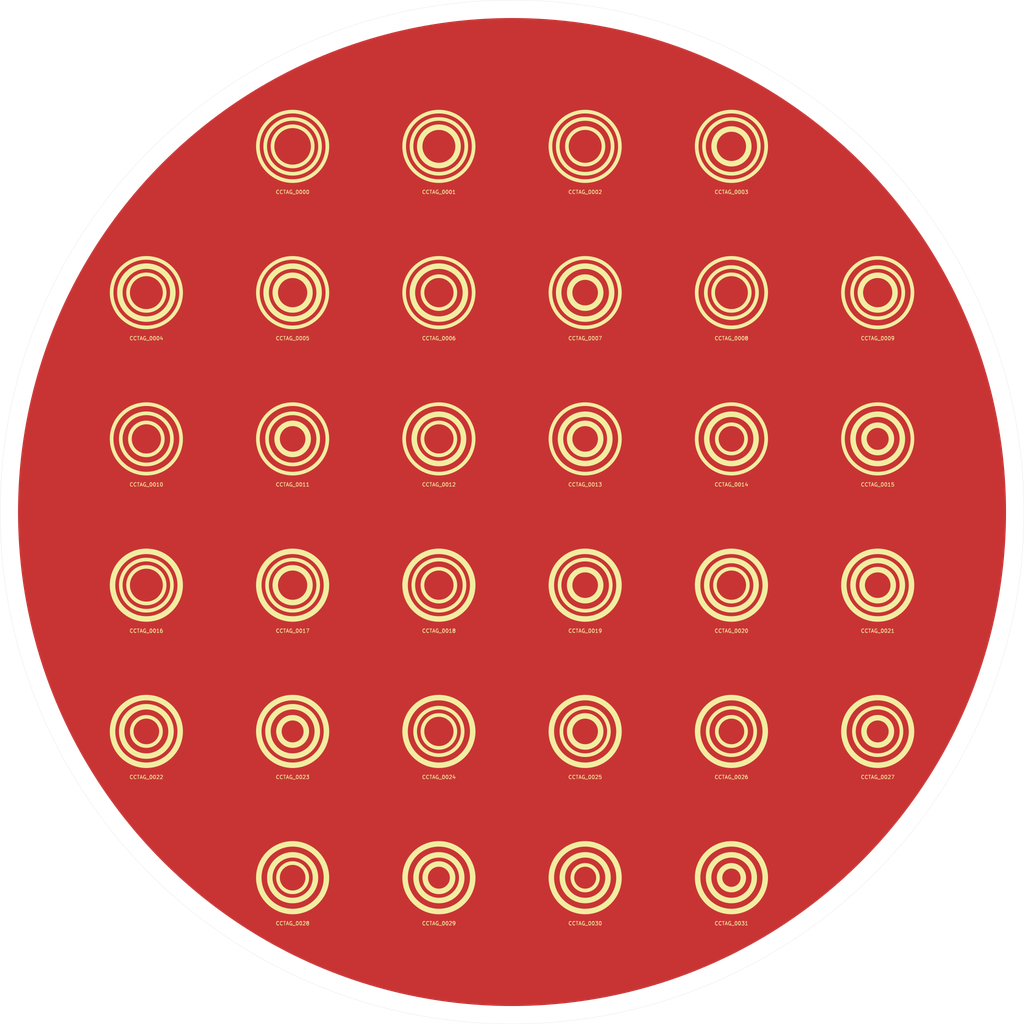
<source format=kicad_pcb>
(kicad_pcb (version 20240108) (generator "pcbnew") (generator_version "8.0")
  (layers (0 "F.Cu" signal) (31 "B.Cu" signal) (34 "B.Paste" user) (35 "F.Paste" user) (36 "B.SilkS" user "B.Silkscreen") (37 "F.SilkS" user "F.Silkscreen") (38 "B.Mask" user) (39 "F.Mask" user) (44 "Edge.Cuts" user))
  (net 0 "")
  (footprint "CCTags:CCTAG_0002" (layer "F.Cu") (at 320 100)
    (property "Reference" "REF**" (hide yes))
    (property "Value" "CCTAG_0002" (at 0 12.5 0) (layer "F.SilkS"))
    (fp_circle (center 0 0) (end 5 0) (stroke (width 1)) (fill none) (layer "F.SilkS"))
    (fp_circle (center 0 0) (end 7.5 0) (stroke (width 1)) (fill none) (layer "F.SilkS"))
    (fp_circle (center 0 0) (end 9.5 0) (stroke (width 1)) (fill none) (layer "F.SilkS"))
  )
  (footprint "CCTags:CCTAG_0025" (layer "F.Cu") (at 320 260)
    (property "Reference" "REF**" (hide yes))
    (property "Value" "CCTAG_0025" (at 0 12.5 0) (layer "F.SilkS"))
    (fp_circle (center 0 0) (end 4.25 0) (stroke (width 1.5)) (fill none) (layer "F.SilkS"))
    (fp_circle (center 0 0) (end 6.5 0) (stroke (width 1)) (fill none) (layer "F.SilkS"))
    (fp_circle (center 0 0) (end 9.25 0) (stroke (width 1.5)) (fill none) (layer "F.SilkS"))
  )
  (footprint "CCTags:CCTAG_0017" (layer "F.Cu") (at 240 220)
    (property "Reference" "REF**" (hide yes))
    (property "Value" "CCTAG_0017" (at 0 12.5 0) (layer "F.SilkS"))
    (fp_circle (center 0 0) (end 4.75 0) (stroke (width 1.5)) (fill none) (layer "F.SilkS"))
    (fp_circle (center 0 0) (end 7 0) (stroke (width 1)) (fill none) (layer "F.SilkS"))
    (fp_circle (center 0 0) (end 9.25 0) (stroke (width 1.5)) (fill none) (layer "F.SilkS"))
  )
  (footprint "CCTags:CCTAG_0029" (layer "F.Cu") (at 280 300)
    (property "Reference" "REF**" (hide yes))
    (property "Value" "CCTAG_0029" (at 0 12.5 0) (layer "F.SilkS"))
    (fp_circle (center 0 0) (end 3.75 0) (stroke (width 1.5)) (fill none) (layer "F.SilkS"))
    (fp_circle (center 0 0) (end 6.25 0) (stroke (width 1.5)) (fill none) (layer "F.SilkS"))
    (fp_circle (center 0 0) (end 9.25 0) (stroke (width 1.5)) (fill none) (layer "F.SilkS"))
  )
  (footprint "CCTags:CCTAG_0011" (layer "F.Cu") (at 240 180)
    (property "Reference" "REF**" (hide yes))
    (property "Value" "CCTAG_0011" (at 0 12.5 0) (layer "F.SilkS"))
    (fp_circle (center 0 0) (end 4.25 0) (stroke (width 1.5)) (fill none) (layer "F.SilkS"))
    (fp_circle (center 0 0) (end 7 0) (stroke (width 1)) (fill none) (layer "F.SilkS"))
    (fp_circle (center 0 0) (end 9.5 0) (stroke (width 1)) (fill none) (layer "F.SilkS"))
  )
  (footprint "CCTags:CCTAG_0026" (layer "F.Cu") (at 360 260)
    (property "Reference" "REF**" (hide yes))
    (property "Value" "CCTAG_0026" (at 0 12.5 0) (layer "F.SilkS"))
    (fp_circle (center 0 0) (end 4 0) (stroke (width 1)) (fill none) (layer "F.SilkS"))
    (fp_circle (center 0 0) (end 6.5 0) (stroke (width 1)) (fill none) (layer "F.SilkS"))
    (fp_circle (center 0 0) (end 9.25 0) (stroke (width 1.5)) (fill none) (layer "F.SilkS"))
  )
  (footprint "CCTags:CCTAG_0030" (layer "F.Cu") (at 320 300)
    (property "Reference" "REF**" (hide yes))
    (property "Value" "CCTAG_0030" (at 0 12.5 0) (layer "F.SilkS"))
    (fp_circle (center 0 0) (end 3.5 0) (stroke (width 1)) (fill none) (layer "F.SilkS"))
    (fp_circle (center 0 0) (end 6.25 0) (stroke (width 1.5)) (fill none) (layer "F.SilkS"))
    (fp_circle (center 0 0) (end 9.25 0) (stroke (width 1.5)) (fill none) (layer "F.SilkS"))
  )
  (footprint "CCTags:CCTAG_0005" (layer "F.Cu") (at 240 140)
    (property "Reference" "REF**" (hide yes))
    (property "Value" "CCTAG_0005" (at 0 12.5 0) (layer "F.SilkS"))
    (fp_circle (center 0 0) (end 4.75 0) (stroke (width 1.5)) (fill none) (layer "F.SilkS"))
    (fp_circle (center 0 0) (end 7.25 0) (stroke (width 1.5)) (fill none) (layer "F.SilkS"))
    (fp_circle (center 0 0) (end 9.5 0) (stroke (width 1)) (fill none) (layer "F.SilkS"))
  )
  (footprint "CCTags:CCTAG_0004" (layer "F.Cu") (at 200 140)
    (property "Reference" "REF**" (hide yes))
    (property "Value" "CCTAG_0004" (at 0 12.5 0) (layer "F.SilkS"))
    (fp_circle (center 0 0) (end 5 0) (stroke (width 1)) (fill none) (layer "F.SilkS"))
    (fp_circle (center 0 0) (end 7.25 0) (stroke (width 1.5)) (fill none) (layer "F.SilkS"))
    (fp_circle (center 0 0) (end 9.5 0) (stroke (width 1)) (fill none) (layer "F.SilkS"))
  )
  (footprint "CCTags:CCTAG_0013" (layer "F.Cu") (at 320 180)
    (property "Reference" "REF**" (hide yes))
    (property "Value" "CCTAG_0013" (at 0 12.5 0) (layer "F.SilkS"))
    (fp_circle (center 0 0) (end 4.25 0) (stroke (width 1.5)) (fill none) (layer "F.SilkS"))
    (fp_circle (center 0 0) (end 6.75 0) (stroke (width 1.5)) (fill none) (layer "F.SilkS"))
    (fp_circle (center 0 0) (end 9.5 0) (stroke (width 1)) (fill none) (layer "F.SilkS"))
  )
  (footprint "CCTags:CCTAG_0003" (layer "F.Cu") (at 360 100)
    (property "Reference" "REF**" (hide yes))
    (property "Value" "CCTAG_0003" (at 0 12.5 0) (layer "F.SilkS"))
    (fp_circle (center 0 0) (end 4.75 0) (stroke (width 1.5)) (fill none) (layer "F.SilkS"))
    (fp_circle (center 0 0) (end 7.5 0) (stroke (width 1)) (fill none) (layer "F.SilkS"))
    (fp_circle (center 0 0) (end 9.5 0) (stroke (width 1)) (fill none) (layer "F.SilkS"))
  )
  (footprint "CCTags:CCTAG_0014" (layer "F.Cu") (at 360 180)
    (property "Reference" "REF**" (hide yes))
    (property "Value" "CCTAG_0014" (at 0 12.5 0) (layer "F.SilkS"))
    (fp_circle (center 0 0) (end 4 0) (stroke (width 1)) (fill none) (layer "F.SilkS"))
    (fp_circle (center 0 0) (end 6.75 0) (stroke (width 1.5)) (fill none) (layer "F.SilkS"))
    (fp_circle (center 0 0) (end 9.5 0) (stroke (width 1)) (fill none) (layer "F.SilkS"))
  )
  (footprint "CCTags:CCTAG_0008" (layer "F.Cu") (at 360 140)
    (property "Reference" "REF**" (hide yes))
    (property "Value" "CCTAG_0008" (at 0 12.5 0) (layer "F.SilkS"))
    (fp_circle (center 0 0) (end 5 0) (stroke (width 1)) (fill none) (layer "F.SilkS"))
    (fp_circle (center 0 0) (end 7 0) (stroke (width 1)) (fill none) (layer "F.SilkS"))
    (fp_circle (center 0 0) (end 9.5 0) (stroke (width 1)) (fill none) (layer "F.SilkS"))
  )
  (footprint "CCTags:CCTAG_0027" (layer "F.Cu") (at 400 260)
    (property "Reference" "REF**" (hide yes))
    (property "Value" "CCTAG_0027" (at 0 12.5 0) (layer "F.SilkS"))
    (fp_circle (center 0 0) (end 3.75 0) (stroke (width 1.5)) (fill none) (layer "F.SilkS"))
    (fp_circle (center 0 0) (end 6.5 0) (stroke (width 1)) (fill none) (layer "F.SilkS"))
    (fp_circle (center 0 0) (end 9.25 0) (stroke (width 1.5)) (fill none) (layer "F.SilkS"))
  )
  (footprint "CCTags:CCTAG_0001" (layer "F.Cu") (at 280 100)
    (property "Reference" "REF**" (hide yes))
    (property "Value" "CCTAG_0001" (at 0 12.5 0) (layer "F.SilkS"))
    (fp_circle (center 0 0) (end 5.25 0) (stroke (width 1.5)) (fill none) (layer "F.SilkS"))
    (fp_circle (center 0 0) (end 7.5 0) (stroke (width 1)) (fill none) (layer "F.SilkS"))
    (fp_circle (center 0 0) (end 9.5 0) (stroke (width 1)) (fill none) (layer "F.SilkS"))
  )
  (footprint "CCTags:CCTAG_0021" (layer "F.Cu") (at 400 220)
    (property "Reference" "REF**" (hide yes))
    (property "Value" "CCTAG_0021" (at 0 12.5 0) (layer "F.SilkS"))
    (fp_circle (center 0 0) (end 4.25 0) (stroke (width 1.5)) (fill none) (layer "F.SilkS"))
    (fp_circle (center 0 0) (end 6.75 0) (stroke (width 1.5)) (fill none) (layer "F.SilkS"))
    (fp_circle (center 0 0) (end 9.25 0) (stroke (width 1.5)) (fill none) (layer "F.SilkS"))
  )
  (footprint "CCTags:CCTAG_0010" (layer "F.Cu") (at 200 180)
    (property "Reference" "REF**" (hide yes))
    (property "Value" "CCTAG_0010" (at 0 12.5 0) (layer "F.SilkS"))
    (fp_circle (center 0 0) (end 4.5 0) (stroke (width 1)) (fill none) (layer "F.SilkS"))
    (fp_circle (center 0 0) (end 7 0) (stroke (width 1)) (fill none) (layer "F.SilkS"))
    (fp_circle (center 0 0) (end 9.5 0) (stroke (width 1)) (fill none) (layer "F.SilkS"))
  )
  (footprint "CCTags:CCTAG_0016" (layer "F.Cu") (at 200 220)
    (property "Reference" "REF**" (hide yes))
    (property "Value" "CCTAG_0016" (at 0 12.5 0) (layer "F.SilkS"))
    (fp_circle (center 0 0) (end 5 0) (stroke (width 1)) (fill none) (layer "F.SilkS"))
    (fp_circle (center 0 0) (end 7 0) (stroke (width 1)) (fill none) (layer "F.SilkS"))
    (fp_circle (center 0 0) (end 9.25 0) (stroke (width 1.5)) (fill none) (layer "F.SilkS"))
  )
  (footprint "CCTags:CCTAG_0019" (layer "F.Cu") (at 320 220)
    (property "Reference" "REF**" (hide yes))
    (property "Value" "CCTAG_0019" (at 0 12.5 0) (layer "F.SilkS"))
    (fp_circle (center 0 0) (end 4.25 0) (stroke (width 1.5)) (fill none) (layer "F.SilkS"))
    (fp_circle (center 0 0) (end 7 0) (stroke (width 1)) (fill none) (layer "F.SilkS"))
    (fp_circle (center 0 0) (end 9.25 0) (stroke (width 1.5)) (fill none) (layer "F.SilkS"))
  )
  (footprint "CCTags:CCTAG_0015" (layer "F.Cu") (at 400 180)
    (property "Reference" "REF**" (hide yes))
    (property "Value" "CCTAG_0015" (at 0 12.5 0) (layer "F.SilkS"))
    (fp_circle (center 0 0) (end 3.75 0) (stroke (width 1.5)) (fill none) (layer "F.SilkS"))
    (fp_circle (center 0 0) (end 6.75 0) (stroke (width 1.5)) (fill none) (layer "F.SilkS"))
    (fp_circle (center 0 0) (end 9.5 0) (stroke (width 1)) (fill none) (layer "F.SilkS"))
  )
  (footprint "CCTags:CCTAG_0018" (layer "F.Cu") (at 280 220)
    (property "Reference" "REF**" (hide yes))
    (property "Value" "CCTAG_0018" (at 0 12.5 0) (layer "F.SilkS"))
    (fp_circle (center 0 0) (end 4.5 0) (stroke (width 1)) (fill none) (layer "F.SilkS"))
    (fp_circle (center 0 0) (end 7 0) (stroke (width 1)) (fill none) (layer "F.SilkS"))
    (fp_circle (center 0 0) (end 9.25 0) (stroke (width 1.5)) (fill none) (layer "F.SilkS"))
  )
  (footprint "CCTags:CCTAG_0000" (layer "F.Cu") (at 240 100)
    (property "Reference" "REF**" (hide yes))
    (property "Value" "CCTAG_0000" (at 0 12.5 0) (layer "F.SilkS"))
    (fp_circle (center 0 0) (end 5.5 0) (stroke (width 1)) (fill none) (layer "F.SilkS"))
    (fp_circle (center 0 0) (end 7.5 0) (stroke (width 1)) (fill none) (layer "F.SilkS"))
    (fp_circle (center 0 0) (end 9.5 0) (stroke (width 1)) (fill none) (layer "F.SilkS"))
  )
  (footprint "CCTags:CCTAG_0006" (layer "F.Cu") (at 280 140)
    (property "Reference" "REF**" (hide yes))
    (property "Value" "CCTAG_0006" (at 0 12.5 0) (layer "F.SilkS"))
    (fp_circle (center 0 0) (end 4.5 0) (stroke (width 1)) (fill none) (layer "F.SilkS"))
    (fp_circle (center 0 0) (end 7.25 0) (stroke (width 1.5)) (fill none) (layer "F.SilkS"))
    (fp_circle (center 0 0) (end 9.5 0) (stroke (width 1)) (fill none) (layer "F.SilkS"))
  )
  (footprint "CCTags:CCTAG_0028" (layer "F.Cu") (at 240 300)
    (property "Reference" "REF**" (hide yes))
    (property "Value" "CCTAG_0028" (at 0 12.5 0) (layer "F.SilkS"))
    (fp_circle (center 0 0) (end 4 0) (stroke (width 1)) (fill none) (layer "F.SilkS"))
    (fp_circle (center 0 0) (end 6.25 0) (stroke (width 1.5)) (fill none) (layer "F.SilkS"))
    (fp_circle (center 0 0) (end 9.25 0) (stroke (width 1.5)) (fill none) (layer "F.SilkS"))
  )
  (footprint "CCTags:CCTAG_0007" (layer "F.Cu") (at 320 140)
    (property "Reference" "REF**" (hide yes))
    (property "Value" "CCTAG_0007" (at 0 12.5 0) (layer "F.SilkS"))
    (fp_circle (center 0 0) (end 4.25 0) (stroke (width 1.5)) (fill none) (layer "F.SilkS"))
    (fp_circle (center 0 0) (end 7.25 0) (stroke (width 1.5)) (fill none) (layer "F.SilkS"))
    (fp_circle (center 0 0) (end 9.5 0) (stroke (width 1)) (fill none) (layer "F.SilkS"))
  )
  (footprint "CCTags:CCTAG_0023" (layer "F.Cu") (at 240 260)
    (property "Reference" "REF**" (hide yes))
    (property "Value" "CCTAG_0023" (at 0 12.5 0) (layer "F.SilkS"))
    (fp_circle (center 0 0) (end 3.75 0) (stroke (width 1.5)) (fill none) (layer "F.SilkS"))
    (fp_circle (center 0 0) (end 6.75 0) (stroke (width 1.5)) (fill none) (layer "F.SilkS"))
    (fp_circle (center 0 0) (end 9.25 0) (stroke (width 1.5)) (fill none) (layer "F.SilkS"))
  )
  (footprint "CCTags:CCTAG_0024" (layer "F.Cu") (at 280 260)
    (property "Reference" "REF**" (hide yes))
    (property "Value" "CCTAG_0024" (at 0 12.5 0) (layer "F.SilkS"))
    (fp_circle (center 0 0) (end 4.5 0) (stroke (width 1)) (fill none) (layer "F.SilkS"))
    (fp_circle (center 0 0) (end 6.5 0) (stroke (width 1)) (fill none) (layer "F.SilkS"))
    (fp_circle (center 0 0) (end 9.25 0) (stroke (width 1.5)) (fill none) (layer "F.SilkS"))
  )
  (footprint "CCTags:CCTAG_0022" (layer "F.Cu") (at 200 260)
    (property "Reference" "REF**" (hide yes))
    (property "Value" "CCTAG_0022" (at 0 12.5 0) (layer "F.SilkS"))
    (fp_circle (center 0 0) (end 4 0) (stroke (width 1)) (fill none) (layer "F.SilkS"))
    (fp_circle (center 0 0) (end 6.75 0) (stroke (width 1.5)) (fill none) (layer "F.SilkS"))
    (fp_circle (center 0 0) (end 9.25 0) (stroke (width 1.5)) (fill none) (layer "F.SilkS"))
  )
  (footprint "CCTags:CCTAG_0020" (layer "F.Cu") (at 360 220)
    (property "Reference" "REF**" (hide yes))
    (property "Value" "CCTAG_0020" (at 0 12.5 0) (layer "F.SilkS"))
    (fp_circle (center 0 0) (end 4.5 0) (stroke (width 1)) (fill none) (layer "F.SilkS"))
    (fp_circle (center 0 0) (end 6.75 0) (stroke (width 1.5)) (fill none) (layer "F.SilkS"))
    (fp_circle (center 0 0) (end 9.25 0) (stroke (width 1.5)) (fill none) (layer "F.SilkS"))
  )
  (footprint "CCTags:CCTAG_0009" (layer "F.Cu") (at 400 140)
    (property "Reference" "REF**" (hide yes))
    (property "Value" "CCTAG_0009" (at 0 12.5 0) (layer "F.SilkS"))
    (fp_circle (center 0 0) (end 4.75 0) (stroke (width 1.5)) (fill none) (layer "F.SilkS"))
    (fp_circle (center 0 0) (end 7 0) (stroke (width 1)) (fill none) (layer "F.SilkS"))
    (fp_circle (center 0 0) (end 9.5 0) (stroke (width 1)) (fill none) (layer "F.SilkS"))
  )
  (footprint "CCTags:CCTAG_0012" (layer "F.Cu") (at 280 180)
    (property "Reference" "REF**" (hide yes))
    (property "Value" "CCTAG_0012" (at 0 12.5 0) (layer "F.SilkS"))
    (fp_circle (center 0 0) (end 4.5 0) (stroke (width 1)) (fill none) (layer "F.SilkS"))
    (fp_circle (center 0 0) (end 6.75 0) (stroke (width 1.5)) (fill none) (layer "F.SilkS"))
    (fp_circle (center 0 0) (end 9.5 0) (stroke (width 1)) (fill none) (layer "F.SilkS"))
  )
  (footprint "CCTags:CCTAG_0031" (layer "F.Cu") (at 360 300)
    (property "Reference" "REF**" (hide yes))
    (property "Value" "CCTAG_0031" (at 0 12.5 0) (layer "F.SilkS"))
    (fp_circle (center 0 0) (end 3.25 0) (stroke (width 1.5)) (fill none) (layer "F.SilkS"))
    (fp_circle (center 0 0) (end 6.25 0) (stroke (width 1.5)) (fill none) (layer "F.SilkS"))
    (fp_circle (center 0 0) (end 9.25 0) (stroke (width 1.5)) (fill none) (layer "F.SilkS"))
  )
  (gr_circle (center 300 200) (end 435 200) (stroke (width 0.2)) (fill solid) (layer "F.Cu"))
  (gr_circle (center 300 200) (end 300 60) (stroke (width 0.05)) (fill none) (layer "Edge.Cuts"))
)
</source>
